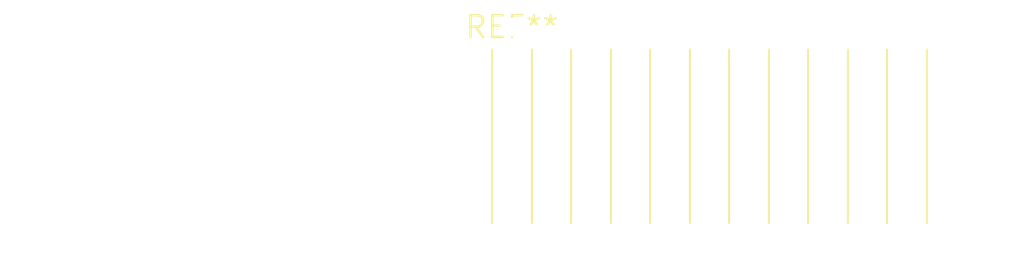
<source format=kicad_pcb>
(kicad_pcb (version 20240108) (generator pcbnew)
  (layers (0 "F.Cu" signal) (31 "B.Cu" signal) (34 "B.Paste" user) (35 "F.Paste" user) (36 "B.SilkS" user "B.Silkscreen") (37 "F.SilkS" user "F.Silkscreen") (38 "B.Mask" user) (39 "F.Mask" user) (44 "Edge.Cuts" user))
  (net 0 "")
  (footprint "SolderWire-0.5sqmm_1x06_P4.6mm_D0.9mm_OD2.1mm_Relief" (layer "F.Cu") (at 0 0)
    (property "Reference" "REF**")
    (property "Value" "SolderWire-0.5sqmm_1x06_P4.6mm_D0.9mm_OD2.1mm_Relief")
    (fp_line (start -1.16 1.31) (end -1.16 11.44) (layer "F.SilkS") (stroke (width 0.12)))
    (fp_line (start 1.16 1.31) (end 1.16 11.44) (layer "F.SilkS") (stroke (width 0.12)))
    (fp_line (start 3.44 1.31) (end 3.44 11.44) (layer "F.SilkS") (stroke (width 0.12)))
    (fp_line (start 5.76 1.31) (end 5.76 11.44) (layer "F.SilkS") (stroke (width 0.12)))
    (fp_line (start 8.04 1.31) (end 8.04 11.44) (layer "F.SilkS") (stroke (width 0.12)))
    (fp_line (start 10.36 1.31) (end 10.36 11.44) (layer "F.SilkS") (stroke (width 0.12)))
    (fp_line (start 12.64 1.31) (end 12.64 11.44) (layer "F.SilkS") (stroke (width 0.12)))
    (fp_line (start 14.96 1.31) (end 14.96 11.44) (layer "F.SilkS") (stroke (width 0.12)))
    (fp_line (start 17.24 1.31) (end 17.24 11.44) (layer "F.SilkS") (stroke (width 0.12)))
    (fp_line (start 19.56 1.31) (end 19.56 11.44) (layer "F.SilkS") (stroke (width 0.12)))
    (fp_line (start 21.84 1.31) (end 21.84 11.44) (layer "F.SilkS") (stroke (width 0.12)))
    (fp_line (start 24.16 1.31) (end 24.16 11.44) (layer "F.SilkS") (stroke (width 0.12)))
    (pad "" np_thru_hole circle (at 0 12.6) (size 2.6 2.6) (drill 2.6) (layers *.Cu *.Mask))
    (pad "" np_thru_hole circle (at 4.6 12.6) (size 2.6 2.6) (drill 2.6) (layers *.Cu *.Mask))
    (pad "" np_thru_hole circle (at 9.2 12.6) (size 2.6 2.6) (drill 2.6) (layers *.Cu *.Mask))
    (pad "" np_thru_hole circle (at 13.8 12.6) (size 2.6 2.6) (drill 2.6) (layers *.Cu *.Mask))
    (pad "" np_thru_hole circle (at 18.4 12.6) (size 2.6 2.6) (drill 2.6) (layers *.Cu *.Mask))
    (pad "" np_thru_hole circle (at 23 12.6) (size 2.6 2.6) (drill 2.6) (layers *.Cu *.Mask))
    (pad "1" thru_hole roundrect (at 0 0) (size 2.1 2.1) (drill 1.1) (layers *.Cu *.Mask) (remove_unused_layers) (roundrect_rratio 0.119048))
    (pad "2" thru_hole circle (at 4.6 0) (size 2.1 2.1) (drill 1.1) (layers *.Cu *.Mask) (remove_unused_layers))
    (pad "3" thru_hole circle (at 9.2 0) (size 2.1 2.1) (drill 1.1) (layers *.Cu *.Mask) (remove_unused_layers))
    (pad "4" thru_hole circle (at 13.8 0) (size 2.1 2.1) (drill 1.1) (layers *.Cu *.Mask) (remove_unused_layers))
    (pad "5" thru_hole circle (at 18.4 0) (size 2.1 2.1) (drill 1.1) (layers *.Cu *.Mask) (remove_unused_layers))
    (pad "6" thru_hole circle (at 23 0) (size 2.1 2.1) (drill 1.1) (layers *.Cu *.Mask) (remove_unused_layers))
  )
)
</source>
